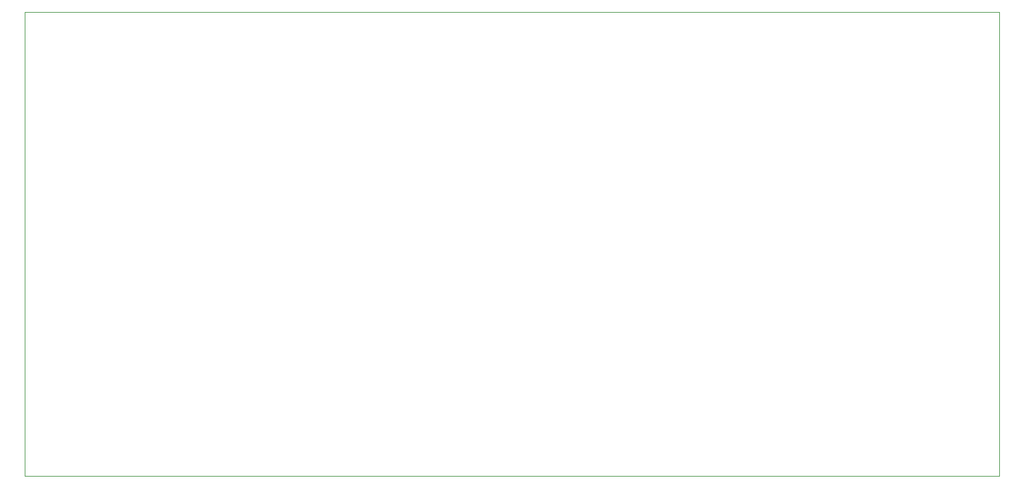
<source format=gm1>
G04 #@! TF.GenerationSoftware,KiCad,Pcbnew,7.0.5-4d25ed1034~172~ubuntu22.04.1*
G04 #@! TF.CreationDate,2023-07-02T14:20:33+02:00*
G04 #@! TF.ProjectId,ESP32_mini_8Port_WLED,45535033-325f-46d6-996e-695f38506f72,rev?*
G04 #@! TF.SameCoordinates,Original*
G04 #@! TF.FileFunction,Profile,NP*
%FSLAX46Y46*%
G04 Gerber Fmt 4.6, Leading zero omitted, Abs format (unit mm)*
G04 Created by KiCad (PCBNEW 7.0.5-4d25ed1034~172~ubuntu22.04.1) date 2023-07-02 14:20:33*
%MOMM*%
%LPD*%
G01*
G04 APERTURE LIST*
G04 #@! TA.AperFunction,Profile*
%ADD10C,0.100000*%
G04 #@! TD*
G04 APERTURE END LIST*
D10*
X75184000Y-77470000D02*
X205232000Y-77470000D01*
X205232000Y-139446000D01*
X75184000Y-139446000D01*
X75184000Y-77470000D01*
M02*

</source>
